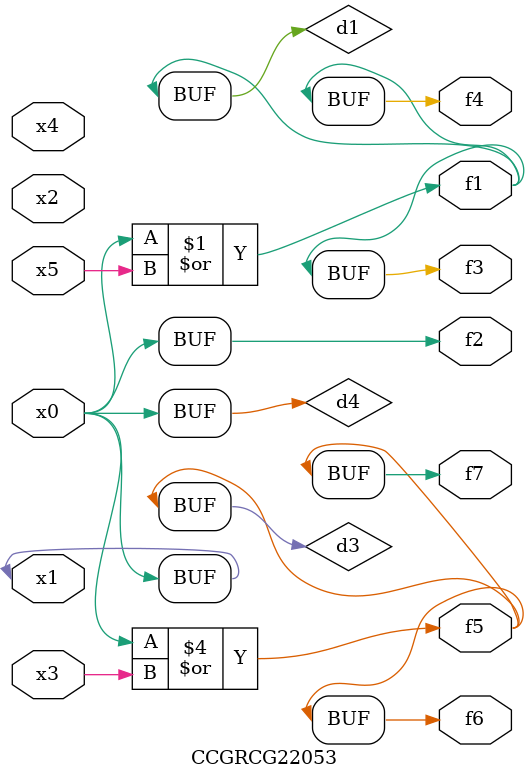
<source format=v>
module CCGRCG22053(
	input x0, x1, x2, x3, x4, x5,
	output f1, f2, f3, f4, f5, f6, f7
);

	wire d1, d2, d3, d4;

	or (d1, x0, x5);
	xnor (d2, x1, x4);
	or (d3, x0, x3);
	buf (d4, x0, x1);
	assign f1 = d1;
	assign f2 = d4;
	assign f3 = d1;
	assign f4 = d1;
	assign f5 = d3;
	assign f6 = d3;
	assign f7 = d3;
endmodule

</source>
